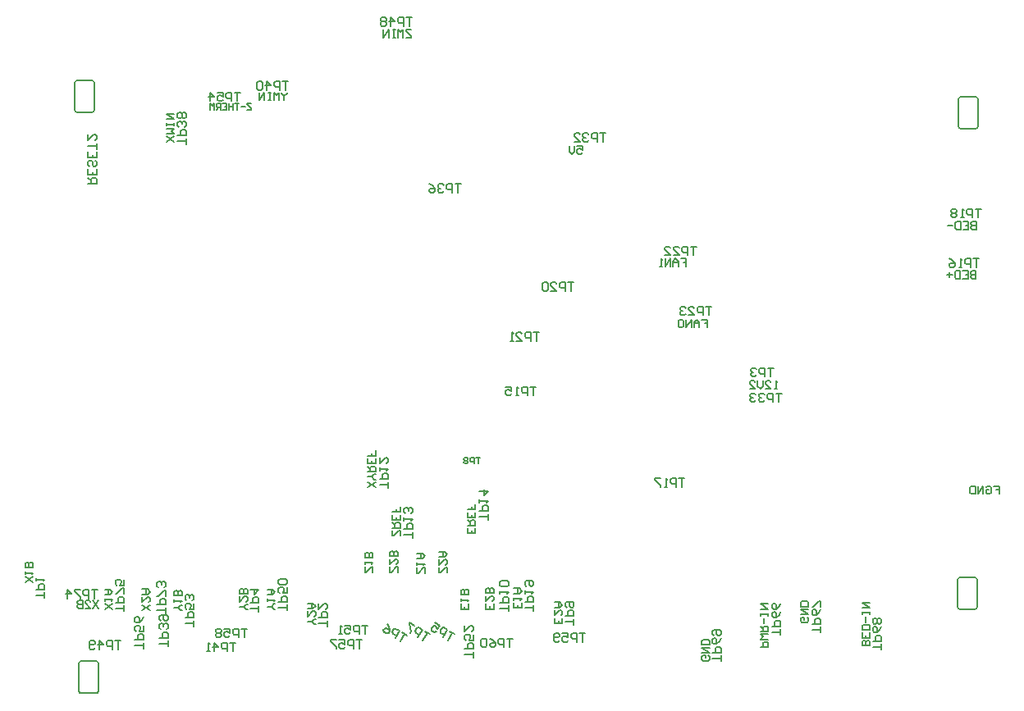
<source format=gbo>
G04 Layer_Color=32896*
%FSLAX25Y25*%
%MOIN*%
G70*
G01*
G75*
%ADD54C,0.00600*%
%ADD127C,0.00500*%
G54D54*
X534703Y47425D02*
X534410Y48132D01*
X533703Y48425D01*
Y35425D02*
X534410Y35718D01*
X534703Y36425D01*
X526703D02*
X526996Y35718D01*
X527703Y35425D01*
Y48425D02*
X526996Y48132D01*
X526703Y47425D01*
X527103Y231825D02*
X527396Y231118D01*
X528103Y230825D01*
Y243825D02*
X527396Y243532D01*
X527103Y242825D01*
X535103D02*
X534810Y243532D01*
X534103Y243825D01*
Y230825D02*
X534810Y231118D01*
X535103Y231825D01*
X169703Y2325D02*
X169996Y1618D01*
X170703Y1325D01*
Y14325D02*
X169996Y14032D01*
X169703Y13325D01*
X177703D02*
X177410Y14032D01*
X176703Y14325D01*
Y1325D02*
X177410Y1618D01*
X177703Y2325D01*
X167903Y238425D02*
X168196Y237718D01*
X168903Y237425D01*
Y250425D02*
X168196Y250132D01*
X167903Y249425D01*
X175903D02*
X175610Y250132D01*
X174903Y250425D01*
Y237425D02*
X175610Y237718D01*
X175903Y238425D01*
X526703Y36425D02*
Y47425D01*
X527703Y48425D02*
X533703D01*
X527703Y35425D02*
X533703D01*
X534703Y36425D02*
Y47425D01*
X535103Y231825D02*
Y242825D01*
X528103Y230825D02*
X534103D01*
X528103Y243825D02*
X534103D01*
X527103Y231825D02*
Y242825D01*
X177703Y2325D02*
Y13325D01*
X170703Y1325D02*
X176703D01*
X170703Y14325D02*
X176703D01*
X169703Y2325D02*
Y13325D01*
X175903Y238425D02*
Y249425D01*
X168903Y237425D02*
X174903D01*
X168903Y250425D02*
X174903D01*
X167903Y238425D02*
Y249425D01*
X346003Y23624D02*
X343671D01*
X344837D01*
Y20125D01*
X342504D02*
Y23624D01*
X340755D01*
X340172Y23041D01*
Y21875D01*
X340755Y21292D01*
X342504D01*
X336673Y23624D02*
X337839Y23041D01*
X339005Y21875D01*
Y20708D01*
X338422Y20125D01*
X337256D01*
X336673Y20708D01*
Y21292D01*
X337256Y21875D01*
X339005D01*
X335507Y23041D02*
X334923Y23624D01*
X333757D01*
X333174Y23041D01*
Y20708D01*
X333757Y20125D01*
X334923D01*
X335507Y20708D01*
Y23041D01*
X375503Y25724D02*
X373171D01*
X374337D01*
Y22225D01*
X372004D02*
Y25724D01*
X370255D01*
X369672Y25141D01*
Y23975D01*
X370255Y23392D01*
X372004D01*
X366173Y25724D02*
X368505D01*
Y23975D01*
X367339Y24558D01*
X366756D01*
X366173Y23975D01*
Y22808D01*
X366756Y22225D01*
X367922D01*
X368505Y22808D01*
X365007D02*
X364423Y22225D01*
X363257D01*
X362674Y22808D01*
Y25141D01*
X363257Y25724D01*
X364423D01*
X365007Y25141D01*
Y24558D01*
X364423Y23975D01*
X362674D01*
X238103Y27624D02*
X235771D01*
X236937D01*
Y24125D01*
X234604D02*
Y27624D01*
X232855D01*
X232272Y27041D01*
Y25875D01*
X232855Y25291D01*
X234604D01*
X228773Y27624D02*
X231105D01*
Y25875D01*
X229939Y26458D01*
X229356D01*
X228773Y25875D01*
Y24708D01*
X229356Y24125D01*
X230522D01*
X231105Y24708D01*
X227607Y27041D02*
X227023Y27624D01*
X225857D01*
X225274Y27041D01*
Y26458D01*
X225857Y25875D01*
X225274Y25291D01*
Y24708D01*
X225857Y24125D01*
X227023D01*
X227607Y24708D01*
Y25291D01*
X227023Y25875D01*
X227607Y26458D01*
Y27041D01*
X227023Y25875D02*
X225857D01*
X284803Y23024D02*
X282471D01*
X283637D01*
Y19525D01*
X281304D02*
Y23024D01*
X279555D01*
X278972Y22441D01*
Y21275D01*
X279555Y20692D01*
X281304D01*
X275473Y23024D02*
X277805D01*
Y21275D01*
X276639Y21858D01*
X276056D01*
X275473Y21275D01*
Y20108D01*
X276056Y19525D01*
X277222D01*
X277805Y20108D01*
X274307Y23024D02*
X271974D01*
Y22441D01*
X274307Y20108D01*
Y19525D01*
X196002D02*
Y21858D01*
Y20692D01*
X192503D01*
Y23024D02*
X196002D01*
Y24773D01*
X195419Y25357D01*
X194253D01*
X193669Y24773D01*
Y23024D01*
X196002Y28855D02*
Y26523D01*
X194253D01*
X194836Y27689D01*
Y28272D01*
X194253Y28855D01*
X193086D01*
X192503Y28272D01*
Y27106D01*
X193086Y26523D01*
X196002Y32354D02*
X195419Y31188D01*
X194253Y30022D01*
X193086D01*
X192503Y30605D01*
Y31771D01*
X193086Y32354D01*
X193669D01*
X194253Y31771D01*
Y30022D01*
X186703Y22724D02*
X184371D01*
X185537D01*
Y19225D01*
X183204D02*
Y22724D01*
X181455D01*
X180872Y22141D01*
Y20975D01*
X181455Y20391D01*
X183204D01*
X177956Y19225D02*
Y22724D01*
X179705Y20975D01*
X177373D01*
X176207Y19808D02*
X175623Y19225D01*
X174457D01*
X173874Y19808D01*
Y22141D01*
X174457Y22724D01*
X175623D01*
X176207Y22141D01*
Y21558D01*
X175623Y20975D01*
X173874D01*
X233403Y21924D02*
X231071D01*
X232237D01*
Y18425D01*
X229904D02*
Y21924D01*
X228155D01*
X227572Y21341D01*
Y20175D01*
X228155Y19591D01*
X229904D01*
X224656Y18425D02*
Y21924D01*
X226405Y20175D01*
X224073D01*
X222907Y18425D02*
X221740D01*
X222323D01*
Y21924D01*
X222907Y21341D01*
X205902Y20325D02*
Y22658D01*
Y21492D01*
X202403D01*
Y23824D02*
X205902D01*
Y25574D01*
X205319Y26157D01*
X204153D01*
X203570Y25574D01*
Y23824D01*
X205319Y27323D02*
X205902Y27906D01*
Y29072D01*
X205319Y29656D01*
X204736D01*
X204153Y29072D01*
Y28489D01*
Y29072D01*
X203570Y29656D01*
X202986D01*
X202403Y29072D01*
Y27906D01*
X202986Y27323D01*
Y30822D02*
X202403Y31405D01*
Y32571D01*
X202986Y33154D01*
X205319D01*
X205902Y32571D01*
Y31405D01*
X205319Y30822D01*
X204736D01*
X204153Y31405D01*
Y33154D01*
X235303Y245524D02*
X232971D01*
X234137D01*
Y242025D01*
X231804D02*
Y245524D01*
X230055D01*
X229472Y244941D01*
Y243775D01*
X230055Y243192D01*
X231804D01*
X225973Y245524D02*
X228305D01*
Y243775D01*
X227139Y244358D01*
X226556D01*
X225973Y243775D01*
Y242608D01*
X226556Y242025D01*
X227722D01*
X228305Y242608D01*
X223057Y242025D02*
Y245524D01*
X224807Y243775D01*
X222474D01*
X336002Y71925D02*
Y74258D01*
Y73092D01*
X332503D01*
Y75424D02*
X336002D01*
Y77174D01*
X335419Y77757D01*
X334253D01*
X333669Y77174D01*
Y75424D01*
X332503Y78923D02*
Y80089D01*
Y79506D01*
X336002D01*
X335419Y78923D01*
X332503Y83588D02*
X336002D01*
X334253Y81839D01*
Y84171D01*
X305302Y64525D02*
Y66858D01*
Y65692D01*
X301803D01*
Y68024D02*
X305302D01*
Y69774D01*
X304719Y70357D01*
X303553D01*
X302970Y69774D01*
Y68024D01*
X301803Y71523D02*
Y72689D01*
Y72106D01*
X305302D01*
X304719Y71523D01*
Y74439D02*
X305302Y75022D01*
Y76188D01*
X304719Y76771D01*
X304136D01*
X303553Y76188D01*
Y75605D01*
Y76188D01*
X302970Y76771D01*
X302386D01*
X301803Y76188D01*
Y75022D01*
X302386Y74439D01*
X295402Y84825D02*
Y87158D01*
Y85992D01*
X291903D01*
Y88324D02*
X295402D01*
Y90074D01*
X294819Y90657D01*
X293653D01*
X293070Y90074D01*
Y88324D01*
X291903Y91823D02*
Y92989D01*
Y92406D01*
X295402D01*
X294819Y91823D01*
X291903Y97071D02*
Y94739D01*
X294236Y97071D01*
X294819D01*
X295402Y96488D01*
Y95322D01*
X294819Y94739D01*
X205002Y33825D02*
Y36158D01*
Y34991D01*
X201503D01*
Y37324D02*
X205002D01*
Y39074D01*
X204419Y39657D01*
X203253D01*
X202670Y39074D01*
Y37324D01*
X205002Y40823D02*
Y43156D01*
X204419D01*
X202086Y40823D01*
X201503D01*
X204419Y44322D02*
X205002Y44905D01*
Y46071D01*
X204419Y46654D01*
X203836D01*
X203253Y46071D01*
Y45488D01*
Y46071D01*
X202670Y46654D01*
X202086D01*
X201503Y46071D01*
Y44905D01*
X202086Y44322D01*
X177203Y43424D02*
X174871D01*
X176037D01*
Y39925D01*
X173704D02*
Y43424D01*
X171955D01*
X171372Y42841D01*
Y41675D01*
X171955Y41091D01*
X173704D01*
X170205Y43424D02*
X167873D01*
Y42841D01*
X170205Y40508D01*
Y39925D01*
X164957D02*
Y43424D01*
X166707Y41675D01*
X164374D01*
X188077Y34800D02*
Y37133D01*
Y35966D01*
X184578D01*
Y38299D02*
X188077D01*
Y40048D01*
X187494Y40631D01*
X186327D01*
X185744Y40048D01*
Y38299D01*
X188077Y41798D02*
Y44130D01*
X187494D01*
X185161Y41798D01*
X184578D01*
X188077Y47629D02*
Y45297D01*
X186327D01*
X186910Y46463D01*
Y47046D01*
X186327Y47629D01*
X185161D01*
X184578Y47046D01*
Y45880D01*
X185161Y45297D01*
X383803Y229024D02*
X381471D01*
X382637D01*
Y225525D01*
X380304D02*
Y229024D01*
X378555D01*
X377972Y228441D01*
Y227275D01*
X378555Y226692D01*
X380304D01*
X376805Y228441D02*
X376222Y229024D01*
X375056D01*
X374473Y228441D01*
Y227858D01*
X375056Y227275D01*
X375639D01*
X375056D01*
X374473Y226692D01*
Y226108D01*
X375056Y225525D01*
X376222D01*
X376805Y226108D01*
X370974Y225525D02*
X373307D01*
X370974Y227858D01*
Y228441D01*
X371557Y229024D01*
X372723D01*
X373307Y228441D01*
X536303Y198224D02*
X533971D01*
X535137D01*
Y194725D01*
X532804D02*
Y198224D01*
X531055D01*
X530472Y197641D01*
Y196475D01*
X531055Y195891D01*
X532804D01*
X529305Y194725D02*
X528139D01*
X528722D01*
Y198224D01*
X529305Y197641D01*
X526390D02*
X525807Y198224D01*
X524640D01*
X524057Y197641D01*
Y197058D01*
X524640Y196475D01*
X524057Y195891D01*
Y195308D01*
X524640Y194725D01*
X525807D01*
X526390Y195308D01*
Y195891D01*
X525807Y196475D01*
X526390Y197058D01*
Y197641D01*
X525807Y196475D02*
X524640D01*
X415803Y88724D02*
X413471D01*
X414637D01*
Y85225D01*
X412304D02*
Y88724D01*
X410555D01*
X409972Y88141D01*
Y86975D01*
X410555Y86392D01*
X412304D01*
X408805Y85225D02*
X407639D01*
X408222D01*
Y88724D01*
X408805Y88141D01*
X405890Y88724D02*
X403557D01*
Y88141D01*
X405890Y85808D01*
Y85225D01*
X535503Y178024D02*
X533171D01*
X534337D01*
Y174525D01*
X532004D02*
Y178024D01*
X530255D01*
X529672Y177441D01*
Y176275D01*
X530255Y175691D01*
X532004D01*
X528505Y174525D02*
X527339D01*
X527922D01*
Y178024D01*
X528505Y177441D01*
X523257Y178024D02*
X524423Y177441D01*
X525590Y176275D01*
Y175108D01*
X525007Y174525D01*
X523840D01*
X523257Y175108D01*
Y175691D01*
X523840Y176275D01*
X525590D01*
X452003Y133624D02*
X449671D01*
X450837D01*
Y130125D01*
X448504D02*
Y133624D01*
X446755D01*
X446172Y133041D01*
Y131875D01*
X446755Y131291D01*
X448504D01*
X445005Y133041D02*
X444422Y133624D01*
X443256D01*
X442673Y133041D01*
Y132458D01*
X443256Y131875D01*
X443839D01*
X443256D01*
X442673Y131291D01*
Y130708D01*
X443256Y130125D01*
X444422D01*
X445005Y130708D01*
X356703Y148124D02*
X354371D01*
X355537D01*
Y144625D01*
X353204D02*
Y148124D01*
X351455D01*
X350872Y147541D01*
Y146375D01*
X351455Y145791D01*
X353204D01*
X347373Y144625D02*
X349705D01*
X347373Y146958D01*
Y147541D01*
X347956Y148124D01*
X349122D01*
X349705Y147541D01*
X346207Y144625D02*
X345040D01*
X345623D01*
Y148124D01*
X346207Y147541D01*
X370803Y168324D02*
X368471D01*
X369637D01*
Y164825D01*
X367304D02*
Y168324D01*
X365555D01*
X364972Y167741D01*
Y166575D01*
X365555Y165991D01*
X367304D01*
X361473Y164825D02*
X363805D01*
X361473Y167158D01*
Y167741D01*
X362056Y168324D01*
X363222D01*
X363805Y167741D01*
X360307D02*
X359723Y168324D01*
X358557D01*
X357974Y167741D01*
Y165408D01*
X358557Y164825D01*
X359723D01*
X360307Y165408D01*
Y167741D01*
X355403Y125924D02*
X353071D01*
X354237D01*
Y122425D01*
X351904D02*
Y125924D01*
X350155D01*
X349572Y125341D01*
Y124175D01*
X350155Y123591D01*
X351904D01*
X348405Y122425D02*
X347239D01*
X347822D01*
Y125924D01*
X348405Y125341D01*
X343157Y125924D02*
X345490D01*
Y124175D01*
X344323Y124758D01*
X343740D01*
X343157Y124175D01*
Y123008D01*
X343740Y122425D01*
X344907D01*
X345490Y123008D01*
X324903Y208324D02*
X322571D01*
X323737D01*
Y204825D01*
X321404D02*
Y208324D01*
X319655D01*
X319072Y207741D01*
Y206575D01*
X319655Y205992D01*
X321404D01*
X317905Y207741D02*
X317322Y208324D01*
X316156D01*
X315573Y207741D01*
Y207158D01*
X316156Y206575D01*
X316739D01*
X316156D01*
X315573Y205992D01*
Y205408D01*
X316156Y204825D01*
X317322D01*
X317905Y205408D01*
X312074Y208324D02*
X313240Y207741D01*
X314407Y206575D01*
Y205408D01*
X313823Y204825D01*
X312657D01*
X312074Y205408D01*
Y205992D01*
X312657Y206575D01*
X314407D01*
X213302Y224525D02*
Y226858D01*
Y225692D01*
X209803D01*
Y228024D02*
X213302D01*
Y229773D01*
X212719Y230357D01*
X211553D01*
X210969Y229773D01*
Y228024D01*
X212719Y231523D02*
X213302Y232106D01*
Y233272D01*
X212719Y233856D01*
X212136D01*
X211553Y233272D01*
Y232689D01*
Y233272D01*
X210969Y233856D01*
X210386D01*
X209803Y233272D01*
Y232106D01*
X210386Y231523D01*
X212719Y235022D02*
X213302Y235605D01*
Y236771D01*
X212719Y237354D01*
X212136D01*
X211553Y236771D01*
X210969Y237354D01*
X210386D01*
X209803Y236771D01*
Y235605D01*
X210386Y235022D01*
X210969D01*
X211553Y235605D01*
X212136Y235022D01*
X212719D01*
X211553Y235605D02*
Y236771D01*
X254803Y250124D02*
X252471D01*
X253637D01*
Y246625D01*
X251304D02*
Y250124D01*
X249555D01*
X248972Y249541D01*
Y248375D01*
X249555Y247792D01*
X251304D01*
X246056Y246625D02*
Y250124D01*
X247805Y248375D01*
X245473D01*
X244307Y249541D02*
X243723Y250124D01*
X242557D01*
X241974Y249541D01*
Y247208D01*
X242557Y246625D01*
X243723D01*
X244307Y247208D01*
Y249541D01*
X305103Y276124D02*
X302771D01*
X303937D01*
Y272625D01*
X301604D02*
Y276124D01*
X299855D01*
X299272Y275541D01*
Y274375D01*
X299855Y273792D01*
X301604D01*
X296356Y272625D02*
Y276124D01*
X298105Y274375D01*
X295773D01*
X294607Y275541D02*
X294023Y276124D01*
X292857D01*
X292274Y275541D01*
Y274958D01*
X292857Y274375D01*
X292274Y273792D01*
Y273208D01*
X292857Y272625D01*
X294023D01*
X294607Y273208D01*
Y273792D01*
X294023Y274375D01*
X294607Y274958D01*
Y275541D01*
X294023Y274375D02*
X292857D01*
X454802Y25125D02*
Y27458D01*
Y26291D01*
X451303D01*
Y28624D02*
X454802D01*
Y30373D01*
X454219Y30957D01*
X453053D01*
X452469Y30373D01*
Y28624D01*
X454802Y34455D02*
X454219Y33289D01*
X453053Y32123D01*
X451886D01*
X451303Y32706D01*
Y33872D01*
X451886Y34455D01*
X452469D01*
X453053Y33872D01*
Y32123D01*
X454802Y37954D02*
X454219Y36788D01*
X453053Y35622D01*
X451886D01*
X451303Y36205D01*
Y37371D01*
X451886Y37954D01*
X452469D01*
X453053Y37371D01*
Y35622D01*
X471102Y26025D02*
Y28358D01*
Y27191D01*
X467603D01*
Y29524D02*
X471102D01*
Y31273D01*
X470519Y31857D01*
X469353D01*
X468769Y31273D01*
Y29524D01*
X471102Y35355D02*
X470519Y34189D01*
X469353Y33023D01*
X468186D01*
X467603Y33606D01*
Y34772D01*
X468186Y35355D01*
X468769D01*
X469353Y34772D01*
Y33023D01*
X471102Y36522D02*
Y38854D01*
X470519D01*
X468186Y36522D01*
X467603D01*
X495702Y19125D02*
Y21458D01*
Y20291D01*
X492203D01*
Y22624D02*
X495702D01*
Y24374D01*
X495119Y24957D01*
X493953D01*
X493369Y24374D01*
Y22624D01*
X495702Y28455D02*
X495119Y27289D01*
X493953Y26123D01*
X492786D01*
X492203Y26706D01*
Y27872D01*
X492786Y28455D01*
X493369D01*
X493953Y27872D01*
Y26123D01*
X495119Y29622D02*
X495702Y30205D01*
Y31371D01*
X495119Y31954D01*
X494536D01*
X493953Y31371D01*
X493369Y31954D01*
X492786D01*
X492203Y31371D01*
Y30205D01*
X492786Y29622D01*
X493369D01*
X493953Y30205D01*
X494536Y29622D01*
X495119D01*
X493953Y30205D02*
Y31371D01*
X430602Y14325D02*
Y16658D01*
Y15492D01*
X427103D01*
Y17824D02*
X430602D01*
Y19573D01*
X430019Y20157D01*
X428853D01*
X428269Y19573D01*
Y17824D01*
X430602Y23655D02*
X430019Y22489D01*
X428853Y21323D01*
X427686D01*
X427103Y21906D01*
Y23072D01*
X427686Y23655D01*
X428269D01*
X428853Y23072D01*
Y21323D01*
X427686Y24822D02*
X427103Y25405D01*
Y26571D01*
X427686Y27154D01*
X430019D01*
X430602Y26571D01*
Y25405D01*
X430019Y24822D01*
X429436D01*
X428853Y25405D01*
Y27154D01*
X155802Y40025D02*
Y42358D01*
Y41192D01*
X152303D01*
Y43524D02*
X155802D01*
Y45274D01*
X155219Y45857D01*
X154053D01*
X153470Y45274D01*
Y43524D01*
X152303Y47023D02*
Y48189D01*
Y47606D01*
X155802D01*
X155219Y47023D01*
X270602Y28525D02*
Y30858D01*
Y29691D01*
X267103D01*
Y32024D02*
X270602D01*
Y33773D01*
X270019Y34357D01*
X268853D01*
X268269Y33773D01*
Y32024D01*
X267103Y37855D02*
Y35523D01*
X269436Y37855D01*
X270019D01*
X270602Y37272D01*
Y36106D01*
X270019Y35523D01*
X242802Y34625D02*
Y36958D01*
Y35792D01*
X239303D01*
Y38124D02*
X242802D01*
Y39873D01*
X242219Y40457D01*
X241053D01*
X240470Y39873D01*
Y38124D01*
X239303Y43372D02*
X242802D01*
X241053Y41623D01*
Y43955D01*
X254302Y35025D02*
Y37358D01*
Y36191D01*
X250803D01*
Y38524D02*
X254302D01*
Y40273D01*
X253719Y40857D01*
X252553D01*
X251970Y40273D01*
Y38524D01*
X254302Y44355D02*
Y42023D01*
X252553D01*
X253136Y43189D01*
Y43772D01*
X252553Y44355D01*
X251386D01*
X250803Y43772D01*
Y42606D01*
X251386Y42023D01*
X253719Y45522D02*
X254302Y46105D01*
Y47271D01*
X253719Y47854D01*
X251386D01*
X250803Y47271D01*
Y46105D01*
X251386Y45522D01*
X253719D01*
X216402Y28525D02*
Y30858D01*
Y29691D01*
X212903D01*
Y32024D02*
X216402D01*
Y33773D01*
X215819Y34357D01*
X214653D01*
X214070Y33773D01*
Y32024D01*
X216402Y37855D02*
Y35523D01*
X214653D01*
X215236Y36689D01*
Y37272D01*
X214653Y37855D01*
X213486D01*
X212903Y37272D01*
Y36106D01*
X213486Y35523D01*
X215819Y39022D02*
X216402Y39605D01*
Y40771D01*
X215819Y41354D01*
X215236D01*
X214653Y40771D01*
Y40188D01*
Y40771D01*
X214070Y41354D01*
X213486D01*
X212903Y40771D01*
Y39605D01*
X213486Y39022D01*
X322453Y25355D02*
X320432Y26522D01*
X321443Y25938D01*
X319693Y22908D01*
X317673Y24075D02*
X319423Y27105D01*
X317907Y27979D01*
X317111Y27766D01*
X316528Y26756D01*
X316741Y25959D01*
X318256Y25085D01*
X314372Y30020D02*
X316392Y28854D01*
X315518Y27339D01*
X314799Y28427D01*
X314294Y28719D01*
X313498Y28505D01*
X312914Y27495D01*
X313128Y26699D01*
X314138Y26116D01*
X314934Y26329D01*
X303053Y24955D02*
X301032Y26122D01*
X302043Y25539D01*
X300293Y22508D01*
X298273Y23675D02*
X300023Y26705D01*
X298507Y27580D01*
X297711Y27366D01*
X297128Y26356D01*
X297341Y25559D01*
X298856Y24685D01*
X294972Y29621D02*
X295691Y28532D01*
X296118Y26939D01*
X295534Y25929D01*
X294738Y25716D01*
X293728Y26299D01*
X293514Y27095D01*
X293806Y27600D01*
X294603Y27814D01*
X296118Y26939D01*
X312253Y25355D02*
X310232Y26522D01*
X311243Y25938D01*
X309493Y22908D01*
X307473Y24075D02*
X309223Y27105D01*
X307707Y27979D01*
X306911Y27766D01*
X306328Y26756D01*
X306541Y25959D01*
X308056Y25085D01*
X306192Y28854D02*
X304172Y30020D01*
X303881Y29515D01*
X304734Y26329D01*
X304443Y25824D01*
X287103Y28924D02*
X284771D01*
X285937D01*
Y25425D01*
X283604D02*
Y28924D01*
X281855D01*
X281272Y28341D01*
Y27175D01*
X281855Y26592D01*
X283604D01*
X277773Y28924D02*
X280105D01*
Y27175D01*
X278939Y27758D01*
X278356D01*
X277773Y27175D01*
Y26008D01*
X278356Y25425D01*
X279522D01*
X280105Y26008D01*
X276607Y25425D02*
X275440D01*
X276023D01*
Y28924D01*
X276607Y28341D01*
X370802Y29225D02*
Y31558D01*
Y30391D01*
X367303D01*
Y32724D02*
X370802D01*
Y34473D01*
X370219Y35057D01*
X369053D01*
X368470Y34473D01*
Y32724D01*
X367886Y36223D02*
X367303Y36806D01*
Y37972D01*
X367886Y38555D01*
X370219D01*
X370802Y37972D01*
Y36806D01*
X370219Y36223D01*
X369636D01*
X369053Y36806D01*
Y38555D01*
X344302Y34725D02*
Y37058D01*
Y35892D01*
X340803D01*
Y38224D02*
X344302D01*
Y39974D01*
X343719Y40557D01*
X342553D01*
X341969Y39974D01*
Y38224D01*
X340803Y41723D02*
Y42889D01*
Y42306D01*
X344302D01*
X343719Y41723D01*
Y44639D02*
X344302Y45222D01*
Y46388D01*
X343719Y46971D01*
X341386D01*
X340803Y46388D01*
Y45222D01*
X341386Y44639D01*
X343719D01*
X354402Y34925D02*
Y37258D01*
Y36092D01*
X350903D01*
Y38424D02*
X354402D01*
Y40174D01*
X353819Y40757D01*
X352653D01*
X352069Y40174D01*
Y38424D01*
X350903Y41923D02*
Y43089D01*
Y42506D01*
X354402D01*
X353819Y41923D01*
X351486Y44839D02*
X350903Y45422D01*
Y46588D01*
X351486Y47171D01*
X353819D01*
X354402Y46588D01*
Y45422D01*
X353819Y44839D01*
X353236D01*
X352653Y45422D01*
Y47171D01*
X330002Y15925D02*
Y18258D01*
Y17091D01*
X326503D01*
Y19424D02*
X330002D01*
Y21173D01*
X329419Y21757D01*
X328253D01*
X327670Y21173D01*
Y19424D01*
X330002Y25256D02*
Y22923D01*
X328253D01*
X328836Y24089D01*
Y24672D01*
X328253Y25256D01*
X327086D01*
X326503Y24672D01*
Y23506D01*
X327086Y22923D01*
X326503Y28754D02*
Y26422D01*
X328836Y28754D01*
X329419D01*
X330002Y28171D01*
Y27005D01*
X329419Y26422D01*
X420603Y182924D02*
X418271D01*
X419437D01*
Y179425D01*
X417104D02*
Y182924D01*
X415355D01*
X414772Y182341D01*
Y181175D01*
X415355Y180591D01*
X417104D01*
X411273Y179425D02*
X413605D01*
X411273Y181758D01*
Y182341D01*
X411856Y182924D01*
X413022D01*
X413605Y182341D01*
X407774Y179425D02*
X410107D01*
X407774Y181758D01*
Y182341D01*
X408357Y182924D01*
X409523D01*
X410107Y182341D01*
X426703Y158524D02*
X424371D01*
X425537D01*
Y155025D01*
X423204D02*
Y158524D01*
X421455D01*
X420872Y157941D01*
Y156775D01*
X421455Y156192D01*
X423204D01*
X417373Y155025D02*
X419705D01*
X417373Y157358D01*
Y157941D01*
X417956Y158524D01*
X419122D01*
X419705Y157941D01*
X416207D02*
X415623Y158524D01*
X414457D01*
X413874Y157941D01*
Y157358D01*
X414457Y156775D01*
X415040D01*
X414457D01*
X413874Y156192D01*
Y155608D01*
X414457Y155025D01*
X415623D01*
X416207Y155608D01*
X455203Y123224D02*
X452871D01*
X454037D01*
Y119725D01*
X451704D02*
Y123224D01*
X449955D01*
X449372Y122641D01*
Y121475D01*
X449955Y120891D01*
X451704D01*
X448205Y122641D02*
X447622Y123224D01*
X446456D01*
X445873Y122641D01*
Y122058D01*
X446456Y121475D01*
X447039D01*
X446456D01*
X445873Y120891D01*
Y120308D01*
X446456Y119725D01*
X447622D01*
X448205Y120308D01*
X444706Y122641D02*
X444123Y123224D01*
X442957D01*
X442374Y122641D01*
Y122058D01*
X442957Y121475D01*
X443540D01*
X442957D01*
X442374Y120891D01*
Y120308D01*
X442957Y119725D01*
X444123D01*
X444706Y120308D01*
X151102Y46525D02*
X147903Y48658D01*
X151102D02*
X147903Y46525D01*
Y49724D02*
Y50791D01*
Y50257D01*
X151102D01*
X150569Y49724D01*
X151102Y52390D02*
X147903D01*
Y53989D01*
X148436Y54523D01*
X148969D01*
X149503Y53989D01*
Y52390D01*
Y53989D01*
X150036Y54523D01*
X150569D01*
X151102Y53989D01*
Y52390D01*
X183402Y35625D02*
X180203Y37758D01*
X183402D02*
X180203Y35625D01*
Y38824D02*
Y39891D01*
Y39357D01*
X183402D01*
X182869Y38824D01*
X180203Y41490D02*
X182336D01*
X183402Y42556D01*
X182336Y43623D01*
X180203D01*
X181803D01*
Y41490D01*
X198702Y35125D02*
X195503Y37258D01*
X198702D02*
X195503Y35125D01*
Y40457D02*
Y38324D01*
X197636Y40457D01*
X198169D01*
X198702Y39924D01*
Y38857D01*
X198169Y38324D01*
X195503Y41523D02*
X197636D01*
X198702Y42590D01*
X197636Y43656D01*
X195503D01*
X197103D01*
Y41523D01*
X534278Y193099D02*
Y189900D01*
X532679D01*
X532145Y190433D01*
Y190966D01*
X532679Y191499D01*
X534278D01*
X532679D01*
X532145Y192033D01*
Y192566D01*
X532679Y193099D01*
X534278D01*
X528946D02*
X531079D01*
Y189900D01*
X528946D01*
X531079Y191499D02*
X530013D01*
X527880Y193099D02*
Y189900D01*
X526280D01*
X525747Y190433D01*
Y192566D01*
X526280Y193099D01*
X527880D01*
X524681Y191499D02*
X522548D01*
X534178Y172999D02*
Y169800D01*
X532579D01*
X532045Y170333D01*
Y170866D01*
X532579Y171399D01*
X534178D01*
X532579D01*
X532045Y171933D01*
Y172466D01*
X532579Y172999D01*
X534178D01*
X528846D02*
X530979D01*
Y169800D01*
X528846D01*
X530979Y171399D02*
X529913D01*
X527780Y172999D02*
Y169800D01*
X526181D01*
X525647Y170333D01*
Y172466D01*
X526181Y172999D01*
X527780D01*
X524581Y171399D02*
X522448D01*
X523515Y172466D02*
Y170333D01*
X372170Y223724D02*
X374303D01*
Y222125D01*
X373237Y222658D01*
X372704D01*
X372170Y222125D01*
Y221058D01*
X372704Y220525D01*
X373770D01*
X374303Y221058D01*
X371104Y223724D02*
Y221591D01*
X370038Y220525D01*
X368971Y221591D01*
Y223724D01*
X304703Y271124D02*
X302571D01*
Y270591D01*
X304703Y268458D01*
Y267925D01*
X302571D01*
X301504D02*
Y271124D01*
X300438Y270058D01*
X299372Y271124D01*
Y267925D01*
X298305Y271124D02*
X297239D01*
X297772D01*
Y267925D01*
X298305D01*
X297239D01*
X295639D02*
Y271124D01*
X293507Y267925D01*
Y271124D01*
X254203Y245624D02*
Y245091D01*
X253137Y244025D01*
X252070Y245091D01*
Y245624D01*
X253137Y244025D02*
Y242425D01*
X251004D02*
Y245624D01*
X249938Y244558D01*
X248871Y245624D01*
Y242425D01*
X247805Y245624D02*
X246739D01*
X247272D01*
Y242425D01*
X247805D01*
X246739D01*
X245139D02*
Y245624D01*
X243007Y242425D01*
Y245624D01*
X208502Y225625D02*
X205303Y227758D01*
X208502D02*
X205303Y225625D01*
Y228824D02*
X208502D01*
X207436Y229890D01*
X208502Y230957D01*
X205303D01*
X208502Y232023D02*
Y233089D01*
Y232556D01*
X205303D01*
Y232023D01*
Y233089D01*
Y234689D02*
X208502D01*
X205303Y236822D01*
X208502D01*
X414270Y178024D02*
X416403D01*
Y176425D01*
X415337D01*
X416403D01*
Y174825D01*
X413204D02*
Y176958D01*
X412138Y178024D01*
X411072Y176958D01*
Y174825D01*
Y176425D01*
X413204D01*
X410005Y174825D02*
Y178024D01*
X407873Y174825D01*
Y178024D01*
X406806Y174825D02*
X405740D01*
X406273D01*
Y178024D01*
X406806Y177491D01*
X422845Y153299D02*
X424978D01*
Y151699D01*
X423912D01*
X424978D01*
Y150100D01*
X421779D02*
Y152233D01*
X420713Y153299D01*
X419646Y152233D01*
Y150100D01*
Y151699D01*
X421779D01*
X418580Y150100D02*
Y153299D01*
X416447Y150100D01*
Y153299D01*
X415381Y152766D02*
X414848Y153299D01*
X413782D01*
X413248Y152766D01*
Y150633D01*
X413782Y150100D01*
X414848D01*
X415381Y150633D01*
Y152766D01*
X453503Y125125D02*
X452437D01*
X452970D01*
Y128324D01*
X453503Y127791D01*
X448705Y125125D02*
X450837D01*
X448705Y127258D01*
Y127791D01*
X449238Y128324D01*
X450304D01*
X450837Y127791D01*
X447638Y128324D02*
Y126191D01*
X446572Y125125D01*
X445506Y126191D01*
Y128324D01*
X442307Y125125D02*
X444439D01*
X442307Y127258D01*
Y127791D01*
X442840Y128324D01*
X443906D01*
X444439Y127791D01*
X491077Y20700D02*
X487878D01*
Y22299D01*
X488411Y22833D01*
X488944D01*
X489477Y22299D01*
Y20700D01*
Y22299D01*
X490011Y22833D01*
X490544D01*
X491077Y22299D01*
Y20700D01*
Y26032D02*
Y23899D01*
X487878D01*
Y26032D01*
X489477Y23899D02*
Y24965D01*
X491077Y27098D02*
X487878D01*
Y28697D01*
X488411Y29231D01*
X490544D01*
X491077Y28697D01*
Y27098D01*
X489477Y30297D02*
Y32430D01*
X491077Y33496D02*
Y34562D01*
Y34029D01*
X487878D01*
Y33496D01*
Y34562D01*
Y36162D02*
X491077D01*
X487878Y38294D01*
X491077D01*
X465569Y32258D02*
X466102Y31725D01*
Y30658D01*
X465569Y30125D01*
X463436D01*
X462903Y30658D01*
Y31725D01*
X463436Y32258D01*
X464503D01*
Y31192D01*
X462903Y33324D02*
X466102D01*
X462903Y35457D01*
X466102D01*
Y36523D02*
X462903D01*
Y38123D01*
X463436Y38656D01*
X465569D01*
X466102Y38123D01*
Y36523D01*
X446578Y20100D02*
X449777D01*
Y21700D01*
X449244Y22233D01*
X448177D01*
X447644Y21700D01*
Y20100D01*
X449777Y23299D02*
X446578D01*
X447644Y24365D01*
X446578Y25432D01*
X449777D01*
X446578Y26498D02*
X449777D01*
Y28097D01*
X449244Y28631D01*
X448177D01*
X447644Y28097D01*
Y26498D01*
Y27564D02*
X446578Y28631D01*
X448177Y29697D02*
Y31830D01*
X449777Y32896D02*
Y33962D01*
Y33429D01*
X446578D01*
Y32896D01*
Y33962D01*
Y35562D02*
X449777D01*
X446578Y37694D01*
X449777D01*
X425444Y16733D02*
X425977Y16199D01*
Y15133D01*
X425444Y14600D01*
X423311D01*
X422778Y15133D01*
Y16199D01*
X423311Y16733D01*
X424377D01*
Y15666D01*
X422778Y17799D02*
X425977D01*
X422778Y19932D01*
X425977D01*
Y20998D02*
X422778D01*
Y22597D01*
X423311Y23131D01*
X425444D01*
X425977Y22597D01*
Y20998D01*
X541445Y85599D02*
X543578D01*
Y84000D01*
X542512D01*
X543578D01*
Y82400D01*
X538246Y85066D02*
X538779Y85599D01*
X539846D01*
X540379Y85066D01*
Y82933D01*
X539846Y82400D01*
X538779D01*
X538246Y82933D01*
Y84000D01*
X539313D01*
X537180Y82400D02*
Y85599D01*
X535047Y82400D01*
Y85599D01*
X533981D02*
Y82400D01*
X532382D01*
X531848Y82933D01*
Y85066D01*
X532382Y85599D01*
X533981D01*
X328102Y37658D02*
Y35525D01*
X324903D01*
Y37658D01*
X326503Y35525D02*
Y36592D01*
X324903Y38724D02*
Y39790D01*
Y39257D01*
X328102D01*
X327569Y38724D01*
X328102Y41390D02*
X324903D01*
Y42989D01*
X325436Y43523D01*
X325970D01*
X326503Y42989D01*
Y41390D01*
Y42989D01*
X327036Y43523D01*
X327569D01*
X328102Y42989D01*
Y41390D01*
X349602Y38158D02*
Y36025D01*
X346403D01*
Y38158D01*
X348003Y36025D02*
Y37091D01*
X346403Y39224D02*
Y40290D01*
Y39757D01*
X349602D01*
X349069Y39224D01*
X346403Y41890D02*
X348536D01*
X349602Y42956D01*
X348536Y44023D01*
X346403D01*
X348003D01*
Y41890D01*
X366177Y31933D02*
Y29800D01*
X362978D01*
Y31933D01*
X364577Y29800D02*
Y30866D01*
X362978Y35132D02*
Y32999D01*
X365111Y35132D01*
X365644D01*
X366177Y34598D01*
Y33532D01*
X365644Y32999D01*
X362978Y36198D02*
X365111D01*
X366177Y37264D01*
X365111Y38331D01*
X362978D01*
X364577D01*
Y36198D01*
X338202Y37758D02*
Y35625D01*
X335003D01*
Y37758D01*
X336603Y35625D02*
Y36691D01*
X335003Y40957D02*
Y38824D01*
X337136Y40957D01*
X337669D01*
X338202Y40424D01*
Y39357D01*
X337669Y38824D01*
X338202Y42023D02*
X335003D01*
Y43623D01*
X335536Y44156D01*
X336069D01*
X336603Y43623D01*
Y42023D01*
Y43623D01*
X337136Y44156D01*
X337669D01*
X338202Y43623D01*
Y42023D01*
X299277Y50600D02*
Y52733D01*
X298744D01*
X296611Y50600D01*
X296078D01*
Y52733D01*
Y55932D02*
Y53799D01*
X298211Y55932D01*
X298744D01*
X299277Y55398D01*
Y54332D01*
X298744Y53799D01*
X299277Y56998D02*
X296078D01*
Y58597D01*
X296611Y59131D01*
X297144D01*
X297677Y58597D01*
Y56998D01*
Y58597D01*
X298211Y59131D01*
X298744D01*
X299277Y58597D01*
Y56998D01*
X319377Y50400D02*
Y52533D01*
X318844D01*
X316711Y50400D01*
X316178D01*
Y52533D01*
Y55732D02*
Y53599D01*
X318311Y55732D01*
X318844D01*
X319377Y55199D01*
Y54132D01*
X318844Y53599D01*
X316178Y56798D02*
X318311D01*
X319377Y57864D01*
X318311Y58931D01*
X316178D01*
X317777D01*
Y56798D01*
X310302Y50225D02*
Y52358D01*
X309769D01*
X307636Y50225D01*
X307103D01*
Y52358D01*
Y53424D02*
Y54491D01*
Y53957D01*
X310302D01*
X309769Y53424D01*
X307103Y56090D02*
X309236D01*
X310302Y57156D01*
X309236Y58223D01*
X307103D01*
X308703D01*
Y56090D01*
X289177Y50600D02*
Y52733D01*
X288644D01*
X286511Y50600D01*
X285978D01*
Y52733D01*
Y53799D02*
Y54865D01*
Y54332D01*
X289177D01*
X288644Y53799D01*
X289177Y56465D02*
X285978D01*
Y58064D01*
X286511Y58597D01*
X287044D01*
X287577Y58064D01*
Y56465D01*
Y58064D01*
X288111Y58597D01*
X288644D01*
X289177Y58064D01*
Y56465D01*
X238202Y35425D02*
X237669D01*
X236603Y36492D01*
X237669Y37558D01*
X238202D01*
X236603Y36492D02*
X235003D01*
Y40757D02*
Y38624D01*
X237136Y40757D01*
X237669D01*
X238202Y40224D01*
Y39157D01*
X237669Y38624D01*
X238202Y41823D02*
X235003D01*
Y43423D01*
X235536Y43956D01*
X236069D01*
X236603Y43423D01*
Y41823D01*
Y43423D01*
X237136Y43956D01*
X237669D01*
X238202Y43423D01*
Y41823D01*
X265902Y29325D02*
X265369D01*
X264303Y30391D01*
X265369Y31458D01*
X265902D01*
X264303Y30391D02*
X262703D01*
Y34657D02*
Y32524D01*
X264836Y34657D01*
X265369D01*
X265902Y34124D01*
Y33057D01*
X265369Y32524D01*
X262703Y35723D02*
X264836D01*
X265902Y36790D01*
X264836Y37856D01*
X262703D01*
X264303D01*
Y35723D01*
X249502Y35525D02*
X248969D01*
X247903Y36592D01*
X248969Y37658D01*
X249502D01*
X247903Y36592D02*
X246303D01*
Y38724D02*
Y39790D01*
Y39257D01*
X249502D01*
X248969Y38724D01*
X246303Y41390D02*
X248436D01*
X249502Y42456D01*
X248436Y43523D01*
X246303D01*
X247903D01*
Y41390D01*
X211602Y35125D02*
X211069D01*
X210003Y36191D01*
X211069Y37258D01*
X211602D01*
X210003Y36191D02*
X208403D01*
Y38324D02*
Y39391D01*
Y38857D01*
X211602D01*
X211069Y38324D01*
X211602Y40990D02*
X208403D01*
Y42589D01*
X208936Y43123D01*
X209470D01*
X210003Y42589D01*
Y40990D01*
Y42589D01*
X210536Y43123D01*
X211069D01*
X211602Y42589D01*
Y40990D01*
X177603Y39124D02*
X175470Y35925D01*
Y39124D02*
X177603Y35925D01*
X172272D02*
X174404D01*
X172272Y38058D01*
Y38591D01*
X172805Y39124D01*
X173871D01*
X174404Y38591D01*
X171205Y39124D02*
Y35925D01*
X169606D01*
X169073Y36458D01*
Y36992D01*
X169606Y37525D01*
X171205D01*
X169606D01*
X169073Y38058D01*
Y38591D01*
X169606Y39124D01*
X171205D01*
X330802Y68558D02*
Y66425D01*
X327603D01*
Y68558D01*
X329203Y66425D02*
Y67492D01*
X327603Y69624D02*
X330802D01*
Y71224D01*
X330269Y71757D01*
X329203D01*
X328670Y71224D01*
Y69624D01*
Y70691D02*
X327603Y71757D01*
X330802Y74956D02*
Y72823D01*
X327603D01*
Y74956D01*
X329203Y72823D02*
Y73889D01*
X330802Y78155D02*
Y76022D01*
X329203D01*
Y77088D01*
Y76022D01*
X327603D01*
X300202Y65425D02*
Y67558D01*
X299669D01*
X297536Y65425D01*
X297003D01*
Y67558D01*
Y68624D02*
X300202D01*
Y70224D01*
X299669Y70757D01*
X298603D01*
X298070Y70224D01*
Y68624D01*
Y69691D02*
X297003Y70757D01*
X300202Y73956D02*
Y71823D01*
X297003D01*
Y73956D01*
X298603Y71823D02*
Y72890D01*
X300202Y77155D02*
Y75022D01*
X298603D01*
Y76088D01*
Y75022D01*
X297003D01*
X290277Y85100D02*
X287078Y87233D01*
X290277D02*
X287078Y85100D01*
X290277Y88299D02*
X289744D01*
X288677Y89365D01*
X289744Y90432D01*
X290277D01*
X288677Y89365D02*
X287078D01*
Y91498D02*
X290277D01*
Y93097D01*
X289744Y93631D01*
X288677D01*
X288144Y93097D01*
Y91498D01*
Y92564D02*
X287078Y93631D01*
X290277Y96829D02*
Y94697D01*
X287078D01*
Y96829D01*
X288677Y94697D02*
Y95763D01*
X290277Y100029D02*
Y97896D01*
X288677D01*
Y98962D01*
Y97896D01*
X287078D01*
X173503Y208625D02*
X177002D01*
Y210375D01*
X176419Y210958D01*
X175253D01*
X174670Y210375D01*
Y208625D01*
Y209791D02*
X173503Y210958D01*
X177002Y214457D02*
Y212124D01*
X173503D01*
Y214457D01*
X175253Y212124D02*
Y213290D01*
X176419Y217955D02*
X177002Y217372D01*
Y216206D01*
X176419Y215623D01*
X175836D01*
X175253Y216206D01*
Y217372D01*
X174670Y217955D01*
X174086D01*
X173503Y217372D01*
Y216206D01*
X174086Y215623D01*
X177002Y221454D02*
Y219122D01*
X173503D01*
Y221454D01*
X175253Y219122D02*
Y220288D01*
X177002Y222621D02*
Y224953D01*
Y223787D01*
X173503D01*
Y228452D02*
Y226119D01*
X175836Y228452D01*
X176419D01*
X177002Y227869D01*
Y226703D01*
X176419Y226119D01*
G54D127*
X332778Y97199D02*
X331112D01*
X331945D01*
Y94700D01*
X330279D02*
Y97199D01*
X329029D01*
X328613Y96783D01*
Y95950D01*
X329029Y95533D01*
X330279D01*
X327780Y96783D02*
X327363Y97199D01*
X326530D01*
X326114Y96783D01*
Y96366D01*
X326530Y95950D01*
X326114Y95533D01*
Y95117D01*
X326530Y94700D01*
X327363D01*
X327780Y95117D01*
Y95533D01*
X327363Y95950D01*
X327780Y96366D01*
Y96783D01*
X327363Y95950D02*
X326530D01*
X239803Y241124D02*
X238137D01*
Y240708D01*
X239803Y239042D01*
Y238625D01*
X238137D01*
X237304Y239875D02*
X235638D01*
X234805Y241124D02*
X233139D01*
X233972D01*
Y238625D01*
X232306Y241124D02*
Y238625D01*
Y239875D01*
X230640D01*
Y241124D01*
Y238625D01*
X228140Y241124D02*
X229806D01*
Y238625D01*
X228140D01*
X229806Y239875D02*
X228973D01*
X227307Y238625D02*
Y241124D01*
X226058D01*
X225641Y240708D01*
Y239875D01*
X226058Y239458D01*
X227307D01*
X226474D02*
X225641Y238625D01*
X224808D02*
Y241124D01*
X223975Y240291D01*
X223142Y241124D01*
Y238625D01*
M02*

</source>
